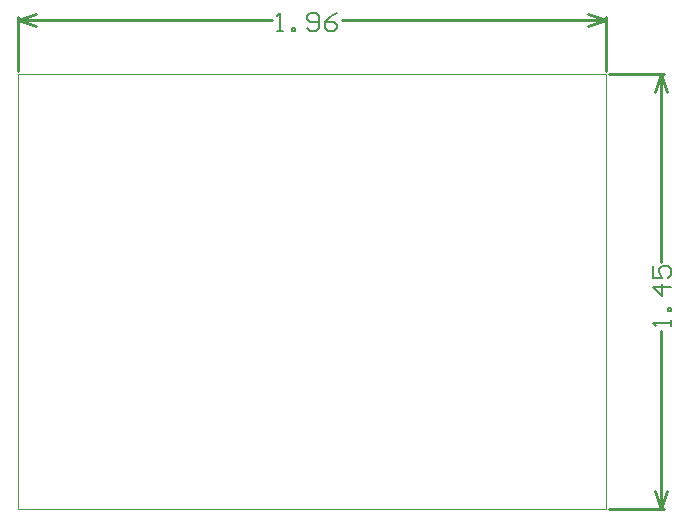
<source format=gm1>
G04*
G04 #@! TF.GenerationSoftware,Altium Limited,Altium Designer,20.1.14 (287)*
G04*
G04 Layer_Color=16711935*
%FSLAX24Y24*%
%MOIN*%
G70*
G04*
G04 #@! TF.SameCoordinates,46077A43-3E97-4952-B592-0C32B6473DDB*
G04*
G04*
G04 #@! TF.FilePolarity,Positive*
G04*
G01*
G75*
%ADD12C,0.0100*%
%ADD17C,0.0000*%
%ADD18C,0.0060*%
D12*
X21425Y14500D02*
X21625Y13900D01*
X21225D02*
X21425Y14500D01*
X21225Y600D02*
X21425Y0D01*
X21625Y600D01*
X21425Y8250D02*
Y14500D01*
Y0D02*
Y5930D01*
X19700Y14500D02*
X21525D01*
X19700Y0D02*
X21525D01*
X0Y16300D02*
X600Y16500D01*
X0Y16300D02*
X600Y16100D01*
X19000D02*
X19600Y16300D01*
X19000Y16500D02*
X19600Y16300D01*
X0D02*
X8480D01*
X10800D02*
X19600D01*
X0Y14600D02*
Y16400D01*
X19600Y14600D02*
Y16400D01*
X21425Y14500D02*
X21625Y13900D01*
X21225D02*
X21425Y14500D01*
X21225Y600D02*
X21425Y0D01*
X21625Y600D01*
X21425Y8250D02*
Y14500D01*
Y0D02*
Y5930D01*
X19700Y14500D02*
X21525D01*
X19700Y0D02*
X21525D01*
X0Y16300D02*
X600Y16500D01*
X0Y16300D02*
X600Y16100D01*
X19000D02*
X19600Y16300D01*
X19000Y16500D02*
X19600Y16300D01*
X0D02*
X8480D01*
X10800D02*
X19600D01*
X0Y14600D02*
Y16400D01*
X19600Y14600D02*
Y16400D01*
D17*
X0Y0D02*
X19600D01*
Y14500D01*
X0D02*
X19600D01*
X0Y0D02*
Y14500D01*
Y0D02*
X19600D01*
Y14500D01*
X0D02*
X19600D01*
X0Y0D02*
Y14500D01*
Y0D02*
X19600D01*
Y14500D01*
X0D02*
X19600D01*
X0Y0D02*
Y14500D01*
Y0D02*
X19600D01*
Y14500D01*
X0D02*
X19600D01*
X0Y0D02*
Y14500D01*
D18*
X21785Y6090D02*
Y6290D01*
Y6190D01*
X21185D01*
X21285Y6090D01*
X21785Y6590D02*
X21685D01*
Y6690D01*
X21785D01*
Y6590D01*
Y7390D02*
X21185D01*
X21485Y7090D01*
Y7490D01*
X21185Y8090D02*
Y7690D01*
X21485D01*
X21385Y7890D01*
Y7990D01*
X21485Y8090D01*
X21685D01*
X21785Y7990D01*
Y7790D01*
X21685Y7690D01*
X8640Y15940D02*
X8840D01*
X8740D01*
Y16540D01*
X8640Y16440D01*
X9140Y15940D02*
Y16040D01*
X9240D01*
Y15940D01*
X9140D01*
X9640Y16040D02*
X9740Y15940D01*
X9940D01*
X10040Y16040D01*
Y16440D01*
X9940Y16540D01*
X9740D01*
X9640Y16440D01*
Y16340D01*
X9740Y16240D01*
X10040D01*
X10640Y16540D02*
X10440Y16440D01*
X10240Y16240D01*
Y16040D01*
X10340Y15940D01*
X10540D01*
X10640Y16040D01*
Y16140D01*
X10540Y16240D01*
X10240D01*
X21785Y6090D02*
Y6290D01*
Y6190D01*
X21185D01*
X21285Y6090D01*
X21785Y6590D02*
X21685D01*
Y6690D01*
X21785D01*
Y6590D01*
Y7390D02*
X21185D01*
X21485Y7090D01*
Y7490D01*
X21185Y8090D02*
Y7690D01*
X21485D01*
X21385Y7890D01*
Y7990D01*
X21485Y8090D01*
X21685D01*
X21785Y7990D01*
Y7790D01*
X21685Y7690D01*
X8640Y15940D02*
X8840D01*
X8740D01*
Y16540D01*
X8640Y16440D01*
X9140Y15940D02*
Y16040D01*
X9240D01*
Y15940D01*
X9140D01*
X9640Y16040D02*
X9740Y15940D01*
X9940D01*
X10040Y16040D01*
Y16440D01*
X9940Y16540D01*
X9740D01*
X9640Y16440D01*
Y16340D01*
X9740Y16240D01*
X10040D01*
X10640Y16540D02*
X10440Y16440D01*
X10240Y16240D01*
Y16040D01*
X10340Y15940D01*
X10540D01*
X10640Y16040D01*
Y16140D01*
X10540Y16240D01*
X10240D01*
M02*

</source>
